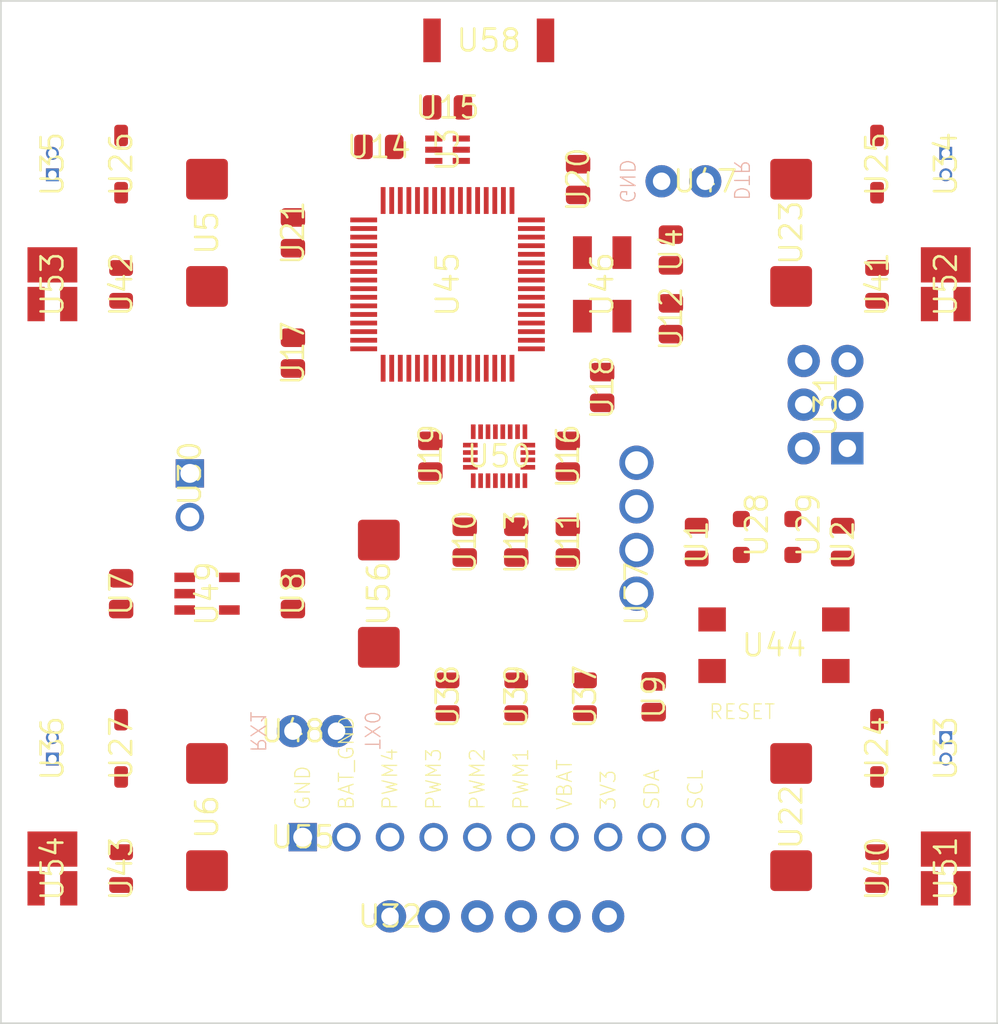
<source format=kicad_pcb>
(kicad_pcb (version 20241229) (generator "pcbnew") (generator_version "9.0")
  (layers (0 "F.Cu" signal "Top") (4 "In1.Cu" signal "Route2") (6 "In2.Cu" signal "Route15") (2 "B.Cu" signal "Bottom") (13 "F.Paste" user) (15 "B.Paste" user) (5 "F.SilkS" user "F.Silkscreen") (7 "B.SilkS" user "B.Silkscreen") (1 "F.Mask" user) (3 "B.Mask" user) (25 "Edge.Cuts" user))
  (net 0 "")
  (net 1 "3V3")
  (net 2 "GND")
  (net 3 "VBAT")
  (net 4 "BAT_GND")
  (net 5 "Net-(B1-Pad3)")
  (net 6 "Net-(B1-Pad4)")
  (net 7 "Net-(C3-Pad1)")
  (net 8 "Net-(C1-Pad1)")
  (net 9 "Net-(C2-Pad1)")
  (net 10 "/PWM3")
  (net 11 "/PWM2")
  (net 12 "/PWM1")
  (net 13 "/TX0")
  (net 14 "/RX0")
  (net 15 "/PWM4")
  (net 16 "/MISO")
  (net 17 "/MOSI")
  (net 18 "/SCK")
  (net 19 "/SDA")
  (net 20 "/SCL")
  (net 21 "Net-(C4-Pad1)")
  (net 22 "/RESET")
  (net 23 "Net-(D1-PadA)")
  (net 24 "Net-(C18-Pad1)")
  (net 25 "Net-(C19-Pad1)")
  (net 26 "Net-(B1-Pad2)")
  (net 27 "Net-(B1-Pad1)")
  (net 28 "Net-(D2-PadA)")
  (net 29 "Net-(D3-PadA)")
  (net 30 "Net-(D4-PadA)")
  (net 31 "/DTR")
  (net 32 "Net-(D7-Pad1)")
  (net 33 "Net-(D8-Pad2)")
  (net 34 "/LED2")
  (net 35 "/LED1")
  (footprint "quadcopter:BALUN" (layer "F.Cu") (at 145.5011 83.9162 -90)
    (property "Reference" "U3" (at 0 0 270) (layer "F.SilkS") (effects (font (size 1.27 1.27))))
    (property "Value" "" (at 0 0 270) (layer "F.SilkS") (effects (font (size 1.27 1.27))))
    (pad "1" smd rect (at -0.65 0.8 270) (size 0.35 1) (layers "F.Cu" "F.Mask" "F.Paste") (net 27 "Net-(B1-Pad1)"))
    (pad "2" smd rect (at 0 0.8 270) (size 0.35 1) (layers "F.Cu" "F.Mask" "F.Paste") (net 26 "Net-(B1-Pad2)"))
    (pad "3" smd rect (at 0.65 0.8 270) (size 0.35 1) (layers "F.Cu" "F.Mask" "F.Paste") (net 5 "Net-(B1-Pad3)"))
    (pad "4" smd rect (at 0.65 -0.8 270) (size 0.35 1) (layers "F.Cu" "F.Mask" "F.Paste") (net 6 "Net-(B1-Pad4)"))
    (pad "5" smd rect (at 0 -0.8 270) (size 0.35 1) (layers "F.Cu" "F.Mask" "F.Paste") (net 2 "GND"))
    (pad "6" smd rect (at -0.65 -0.8 270) (size 0.35 1) (layers "F.Cu" "F.Mask" "F.Paste"))
  )
  (footprint "quadcopter:CAPC2012X140_HS" (layer "F.Cu") (at 158.5011 89.7536 90)
    (property "Reference" "U4" (at 0 0 90) (layer "F.SilkS") (effects (font (size 1.27 1.27))))
    (property "Value" "" (at 0 0 90) (layer "F.SilkS") (effects (font (size 1.27 1.27))))
    (pad "1" smd roundrect (at -0.895 0 270) (size 1.08 1.42) (layers "F.Cu" "F.Mask") (roundrect_rratio 0.23) (net 8 "Net-(C1-Pad1)"))
    (pad "2" smd roundrect (at 0.895 0 90) (size 1.08 1.42) (layers "F.Cu" "F.Mask") (roundrect_rratio 0.23) (net 2 "GND"))
  )
  (footprint "quadcopter:CAPMP7343X310_HS" (layer "F.Cu") (at 131.5011 88.7536 -90)
    (property "Reference" "U5" (at 0 0 270) (layer "F.SilkS") (effects (font (size 1.27 1.27))))
    (property "Value" "" (at 0 0 270) (layer "F.SilkS") (effects (font (size 1.27 1.27))))
    (pad "1" smd roundrect (at -3.12 0 90) (size 2.37 2.43) (layers "F.Cu" "F.Mask") (roundrect_rratio 0.105) (net 3 "VBAT"))
    (pad "2" smd roundrect (at 3.12 0 270) (size 2.37 2.43) (layers "F.Cu" "F.Mask") (roundrect_rratio 0.105) (net 4 "BAT_GND"))
  )
  (footprint "quadcopter:CAPMP7343X310_HS" (layer "F.Cu") (at 131.5011 122.7536 -90)
    (property "Reference" "U6" (at 0 0 270) (layer "F.SilkS") (effects (font (size 1.27 1.27))))
    (property "Value" "" (at 0 0 270) (layer "F.SilkS") (effects (font (size 1.27 1.27))))
    (pad "1" smd roundrect (at -3.12 0 90) (size 2.37 2.43) (layers "F.Cu" "F.Mask") (roundrect_rratio 0.105) (net 3 "VBAT"))
    (pad "2" smd roundrect (at 3.12 0 270) (size 2.37 2.43) (layers "F.Cu" "F.Mask") (roundrect_rratio 0.105) (net 4 "BAT_GND"))
  )
  (footprint "quadcopter:CAPC2012X140_HS" (layer "F.Cu") (at 126.5011 109.7536 -90)
    (property "Reference" "U7" (at 0 0 270) (layer "F.SilkS") (effects (font (size 1.27 1.27))))
    (property "Value" "" (at 0 0 270) (layer "F.SilkS") (effects (font (size 1.27 1.27))))
    (pad "1" smd roundrect (at -0.895 0 90) (size 1.08 1.42) (layers "F.Cu" "F.Mask") (roundrect_rratio 0.23) (net 3 "VBAT"))
    (pad "2" smd roundrect (at 0.895 0 270) (size 1.08 1.42) (layers "F.Cu" "F.Mask") (roundrect_rratio 0.23) (net 4 "BAT_GND"))
  )
  (footprint "quadcopter:CAPC2012X140_HS" (layer "F.Cu") (at 136.5011 109.7536 -90)
    (property "Reference" "U8" (at 0 0 270) (layer "F.SilkS") (effects (font (size 1.27 1.27))))
    (property "Value" "" (at 0 0 270) (layer "F.SilkS") (effects (font (size 1.27 1.27))))
    (pad "1" smd roundrect (at -0.895 0 90) (size 1.08 1.42) (layers "F.Cu" "F.Mask") (roundrect_rratio 0.23) (net 1 "3V3"))
    (pad "2" smd roundrect (at 0.895 0 270) (size 1.08 1.42) (layers "F.Cu" "F.Mask") (roundrect_rratio 0.23) (net 2 "GND"))
  )
  (footprint "quadcopter:CAPC2012X140_HS" (layer "F.Cu") (at 157.5011 115.7536 -90)
    (property "Reference" "U9" (at 0 0 270) (layer "F.SilkS") (effects (font (size 1.27 1.27))))
    (property "Value" "" (at 0 0 270) (layer "F.SilkS") (effects (font (size 1.27 1.27))))
    (pad "1" smd roundrect (at -0.895 0 90) (size 1.08 1.42) (layers "F.Cu" "F.Mask") (roundrect_rratio 0.23) (net 31 "/DTR"))
    (pad "2" smd roundrect (at 0.895 0 270) (size 1.08 1.42) (layers "F.Cu" "F.Mask") (roundrect_rratio 0.23) (net 22 "/RESET"))
  )
  (footprint "quadcopter:CAPC2012X140_HS" (layer "F.Cu") (at 146.5011 106.7536 -90)
    (property "Reference" "U10" (at 0 0 270) (layer "F.SilkS") (effects (font (size 1.27 1.27))))
    (property "Value" "" (at 0 0 270) (layer "F.SilkS") (effects (font (size 1.27 1.27))))
    (pad "1" smd roundrect (at -0.895 0 90) (size 1.08 1.42) (layers "F.Cu" "F.Mask") (roundrect_rratio 0.23) (net 24 "Net-(C18-Pad1)"))
    (pad "2" smd roundrect (at 0.895 0 270) (size 1.08 1.42) (layers "F.Cu" "F.Mask") (roundrect_rratio 0.23) (net 2 "GND"))
  )
  (footprint "quadcopter:CAPC2012X140_HS" (layer "F.Cu") (at 152.5011 106.7536 -90)
    (property "Reference" "U11" (at 0 0 270) (layer "F.SilkS") (effects (font (size 1.27 1.27))))
    (property "Value" "" (at 0 0 270) (layer "F.SilkS") (effects (font (size 1.27 1.27))))
    (pad "1" smd roundrect (at -0.895 0 90) (size 1.08 1.42) (layers "F.Cu" "F.Mask") (roundrect_rratio 0.23) (net 25 "Net-(C19-Pad1)"))
    (pad "2" smd roundrect (at 0.895 0 270) (size 1.08 1.42) (layers "F.Cu" "F.Mask") (roundrect_rratio 0.23) (net 2 "GND"))
  )
  (footprint "quadcopter:CAPC2012X140_HS" (layer "F.Cu") (at 158.5011 93.7536 -90)
    (property "Reference" "U12" (at 0 0 270) (layer "F.SilkS") (effects (font (size 1.27 1.27))))
    (property "Value" "" (at 0 0 270) (layer "F.SilkS") (effects (font (size 1.27 1.27))))
    (pad "1" smd roundrect (at -0.895 0 90) (size 1.08 1.42) (layers "F.Cu" "F.Mask") (roundrect_rratio 0.23) (net 9 "Net-(C2-Pad1)"))
    (pad "2" smd roundrect (at 0.895 0 270) (size 1.08 1.42) (layers "F.Cu" "F.Mask") (roundrect_rratio 0.23) (net 2 "GND"))
  )
  (footprint "quadcopter:CAPC2012X140_HS" (layer "F.Cu") (at 149.5011 106.7536 -90)
    (property "Reference" "U13" (at 0 0 270) (layer "F.SilkS") (effects (font (size 1.27 1.27))))
    (property "Value" "" (at 0 0 270) (layer "F.SilkS") (effects (font (size 1.27 1.27))))
    (pad "1" smd roundrect (at -0.895 0 90) (size 1.08 1.42) (layers "F.Cu" "F.Mask") (roundrect_rratio 0.23) (net 1 "3V3"))
    (pad "2" smd roundrect (at 0.895 0 270) (size 1.08 1.42) (layers "F.Cu" "F.Mask") (roundrect_rratio 0.23) (net 2 "GND"))
  )
  (footprint "quadcopter:CAPC2012X140_HS" (layer "F.Cu") (at 141.5011 83.7536 180)
    (property "Reference" "U14" (at 0 0 180) (layer "F.SilkS") (effects (font (size 1.27 1.27))))
    (property "Value" "" (at 0 0 180) (layer "F.SilkS") (effects (font (size 1.27 1.27))))
    (pad "1" smd roundrect (at -0.895 0) (size 1.08 1.42) (layers "F.Cu" "F.Mask") (roundrect_rratio 0.23) (net 26 "Net-(B1-Pad2)"))
    (pad "2" smd roundrect (at 0.895 0 180) (size 1.08 1.42) (layers "F.Cu" "F.Mask") (roundrect_rratio 0.23) (net 2 "GND"))
  )
  (footprint "quadcopter:CAPC2012X140_HS" (layer "F.Cu") (at 145.5011 81.4536)
    (property "Reference" "U15" (at 0 0 0) (layer "F.SilkS") (effects (font (size 1.27 1.27))))
    (property "Value" "" (at 0 0 0) (layer "F.SilkS") (effects (font (size 1.27 1.27))))
    (pad "1" smd roundrect (at -0.895 0 180) (size 1.08 1.42) (layers "F.Cu" "F.Mask") (roundrect_rratio 0.23) (net 27 "Net-(B1-Pad1)"))
    (pad "2" smd roundrect (at 0.895 0) (size 1.08 1.42) (layers "F.Cu" "F.Mask") (roundrect_rratio 0.23) (net 2 "GND"))
  )
  (footprint "quadcopter:CAPC2012X140_HS" (layer "F.Cu") (at 152.5011 101.7536 90)
    (property "Reference" "U16" (at 0 0 90) (layer "F.SilkS") (effects (font (size 1.27 1.27))))
    (property "Value" "" (at 0 0 90) (layer "F.SilkS") (effects (font (size 1.27 1.27))))
    (pad "1" smd roundrect (at -0.895 0 270) (size 1.08 1.42) (layers "F.Cu" "F.Mask") (roundrect_rratio 0.23) (net 1 "3V3"))
    (pad "2" smd roundrect (at 0.895 0 90) (size 1.08 1.42) (layers "F.Cu" "F.Mask") (roundrect_rratio 0.23) (net 2 "GND"))
  )
  (footprint "quadcopter:CAPC2012X140_HS" (layer "F.Cu") (at 136.5011 95.7536 -90)
    (property "Reference" "U17" (at 0 0 270) (layer "F.SilkS") (effects (font (size 1.27 1.27))))
    (property "Value" "" (at 0 0 270) (layer "F.SilkS") (effects (font (size 1.27 1.27))))
    (pad "1" smd roundrect (at -0.895 0 90) (size 1.08 1.42) (layers "F.Cu" "F.Mask") (roundrect_rratio 0.23) (net 1 "3V3"))
    (pad "2" smd roundrect (at 0.895 0 270) (size 1.08 1.42) (layers "F.Cu" "F.Mask") (roundrect_rratio 0.23) (net 2 "GND"))
  )
  (footprint "quadcopter:CAPC2012X140_HS" (layer "F.Cu") (at 154.5011 97.7536 90)
    (property "Reference" "U18" (at 0 0 90) (layer "F.SilkS") (effects (font (size 1.27 1.27))))
    (property "Value" "" (at 0 0 90) (layer "F.SilkS") (effects (font (size 1.27 1.27))))
    (pad "1" smd roundrect (at -0.895 0 270) (size 1.08 1.42) (layers "F.Cu" "F.Mask") (roundrect_rratio 0.23) (net 1 "3V3"))
    (pad "2" smd roundrect (at 0.895 0 90) (size 1.08 1.42) (layers "F.Cu" "F.Mask") (roundrect_rratio 0.23) (net 2 "GND"))
  )
  (footprint "quadcopter:CAPC2012X140_HS" (layer "F.Cu") (at 144.5011 101.7536 -90)
    (property "Reference" "U19" (at 0 0 270) (layer "F.SilkS") (effects (font (size 1.27 1.27))))
    (property "Value" "" (at 0 0 270) (layer "F.SilkS") (effects (font (size 1.27 1.27))))
    (pad "1" smd roundrect (at -0.895 0 90) (size 1.08 1.42) (layers "F.Cu" "F.Mask") (roundrect_rratio 0.23) (net 1 "3V3"))
    (pad "2" smd roundrect (at 0.895 0 270) (size 1.08 1.42) (layers "F.Cu" "F.Mask") (roundrect_rratio 0.23) (net 2 "GND"))
  )
  (footprint "quadcopter:CAPC2012X140_HS" (layer "F.Cu") (at 153.1011 85.6536 90)
    (property "Reference" "U20" (at 0 0 90) (layer "F.SilkS") (effects (font (size 1.27 1.27))))
    (property "Value" "" (at 0 0 90) (layer "F.SilkS") (effects (font (size 1.27 1.27))))
    (pad "1" smd roundrect (at -0.895 0 270) (size 1.08 1.42) (layers "F.Cu" "F.Mask") (roundrect_rratio 0.23) (net 7 "Net-(C3-Pad1)"))
    (pad "2" smd roundrect (at 0.895 0 90) (size 1.08 1.42) (layers "F.Cu" "F.Mask") (roundrect_rratio 0.23) (net 2 "GND"))
  )
  (footprint "quadcopter:CAPC2012X140_HS" (layer "F.Cu") (at 136.5011 88.7536 90)
    (property "Reference" "U21" (at 0 0 90) (layer "F.SilkS") (effects (font (size 1.27 1.27))))
    (property "Value" "" (at 0 0 90) (layer "F.SilkS") (effects (font (size 1.27 1.27))))
    (pad "1" smd roundrect (at -0.895 0 270) (size 1.08 1.42) (layers "F.Cu" "F.Mask") (roundrect_rratio 0.23) (net 21 "Net-(C4-Pad1)"))
    (pad "2" smd roundrect (at 0.895 0 90) (size 1.08 1.42) (layers "F.Cu" "F.Mask") (roundrect_rratio 0.23) (net 2 "GND"))
  )
  (footprint "quadcopter:CAPMP7343X310_HS" (layer "F.Cu") (at 165.5011 122.7536 -90)
    (property "Reference" "U22" (at 0 0 270) (layer "F.SilkS") (effects (font (size 1.27 1.27))))
    (property "Value" "" (at 0 0 270) (layer "F.SilkS") (effects (font (size 1.27 1.27))))
    (pad "1" smd roundrect (at -3.12 0 90) (size 2.37 2.43) (layers "F.Cu" "F.Mask") (roundrect_rratio 0.105) (net 3 "VBAT"))
    (pad "2" smd roundrect (at 3.12 0 270) (size 2.37 2.43) (layers "F.Cu" "F.Mask") (roundrect_rratio 0.105) (net 4 "BAT_GND"))
  )
  (footprint "quadcopter:CAPMP7343X310_HS" (layer "F.Cu") (at 165.5011 88.7536 -90)
    (property "Reference" "U23" (at 0 0 270) (layer "F.SilkS") (effects (font (size 1.27 1.27))))
    (property "Value" "" (at 0 0 270) (layer "F.SilkS") (effects (font (size 1.27 1.27))))
    (pad "1" smd roundrect (at -3.12 0 90) (size 2.37 2.43) (layers "F.Cu" "F.Mask") (roundrect_rratio 0.105) (net 3 "VBAT"))
    (pad "2" smd roundrect (at 3.12 0 270) (size 2.37 2.43) (layers "F.Cu" "F.Mask") (roundrect_rratio 0.105) (net 4 "BAT_GND"))
  )
  (footprint "quadcopter:SOD3716X135_HS" (layer "F.Cu") (at 170.5011 118.7536 -90)
    (property "Reference" "U24" (at 0 0 270) (layer "F.SilkS") (effects (font (size 1.27 1.27))))
    (property "Value" "" (at 0 0 270) (layer "F.SilkS") (effects (font (size 1.27 1.27))))
    (pad "A" smd roundrect (at 1.665 0 270) (size 1.25 0.8) (layers "F.Cu" "F.Mask") (net 23 "Net-(D1-PadA)"))
    (pad "C" smd roundrect (at -1.665 0 90) (size 1.25 0.8) (layers "F.Cu" "F.Mask") (net 3 "VBAT"))
  )
  (footprint "quadcopter:SOD3716X135_HS" (layer "F.Cu") (at 170.5011 84.7536 -90)
    (property "Reference" "U25" (at 0 0 270) (layer "F.SilkS") (effects (font (size 1.27 1.27))))
    (property "Value" "" (at 0 0 270) (layer "F.SilkS") (effects (font (size 1.27 1.27))))
    (pad "A" smd roundrect (at 1.665 0 270) (size 1.25 0.8) (layers "F.Cu" "F.Mask") (net 28 "Net-(D2-PadA)"))
    (pad "C" smd roundrect (at -1.665 0 90) (size 1.25 0.8) (layers "F.Cu" "F.Mask") (net 3 "VBAT"))
  )
  (footprint "quadcopter:SOD3716X135_HS" (layer "F.Cu") (at 126.5011 84.7536 -90)
    (property "Reference" "U26" (at 0 0 270) (layer "F.SilkS") (effects (font (size 1.27 1.27))))
    (property "Value" "" (at 0 0 270) (layer "F.SilkS") (effects (font (size 1.27 1.27))))
    (pad "A" smd roundrect (at 1.665 0 270) (size 1.25 0.8) (layers "F.Cu" "F.Mask") (net 29 "Net-(D3-PadA)"))
    (pad "C" smd roundrect (at -1.665 0 90) (size 1.25 0.8) (layers "F.Cu" "F.Mask") (net 3 "VBAT"))
  )
  (footprint "quadcopter:SOD3716X135_HS" (layer "F.Cu") (at 126.5011 118.7536 -90)
    (property "Reference" "U27" (at 0 0 270) (layer "F.SilkS") (effects (font (size 1.27 1.27))))
    (property "Value" "" (at 0 0 270) (layer "F.SilkS") (effects (font (size 1.27 1.27))))
    (pad "A" smd roundrect (at 1.665 0 270) (size 1.25 0.8) (layers "F.Cu" "F.Mask") (net 30 "Net-(D4-PadA)"))
    (pad "C" smd roundrect (at -1.665 0 90) (size 1.25 0.8) (layers "F.Cu" "F.Mask") (net 3 "VBAT"))
  )
  (footprint "quadcopter:LEDSC125X200X120-2_HS" (layer "F.Cu") (at 163.5011 105.7536 -90)
    (property "Reference" "U28" (at 0 0 270) (layer "F.SilkS") (effects (font (size 1.27 1.27))))
    (property "Value" "" (at 0 0 270) (layer "F.SilkS") (effects (font (size 1.27 1.27))))
    (pad "1" smd roundrect (at -0.345 0.9 90) (size 0.94 0.99) (layers "F.Cu" "F.Mask") (roundrect_rratio 0.255) (net 32 "Net-(D7-Pad1)"))
    (pad "2" smd roundrect (at 1.745 0.9 270) (size 0.94 0.99) (layers "F.Cu" "F.Mask") (roundrect_rratio 0.255) (net 2 "GND"))
  )
  (footprint "quadcopter:LEDSC125X200X120-2_HS" (layer "F.Cu") (at 166.5011 105.7536 -90)
    (property "Reference" "U29" (at 0 0 270) (layer "F.SilkS") (effects (font (size 1.27 1.27))))
    (property "Value" "" (at 0 0 270) (layer "F.SilkS") (effects (font (size 1.27 1.27))))
    (pad "1" smd roundrect (at -0.345 0.9 90) (size 0.94 0.99) (layers "F.Cu" "F.Mask") (roundrect_rratio 0.255) (net 2 "GND"))
    (pad "2" smd roundrect (at 1.745 0.9 270) (size 0.94 0.99) (layers "F.Cu" "F.Mask") (roundrect_rratio 0.255) (net 33 "Net-(D8-Pad2)"))
  )
  (footprint "quadcopter:MALE_HEADER_2X1_0.1IN" (layer "F.Cu") (at 130.5011 102.7536 -90)
    (property "Reference" "U30" (at 0 0 270) (layer "F.SilkS") (effects (font (size 1.27 1.27))))
    (property "Value" "" (at 0 0 270) (layer "F.SilkS") (effects (font (size 1.27 1.27))))
    (pad "1" thru_hole rect (at 0 0 270) (size 1.65 1.65) (drill 1.1) (layers "*.Cu" "*.Mask") (net 4 "BAT_GND"))
    (pad "2" thru_hole circle (at 2.54 0 350) (size 1.65 1.65) (drill 1.1) (layers "*.Cu" "*.Mask") (net 3 "VBAT"))
  )
  (footprint "quadcopter:2X3-NS" (layer "F.Cu") (at 167.5011 98.7536 90)
    (property "Reference" "U31" (at 0 0 90) (layer "F.SilkS") (effects (font (size 1.27 1.27))))
    (property "Value" "" (at 0 0 90) (layer "F.SilkS") (effects (font (size 1.27 1.27))))
    (pad "1" thru_hole rect (at -2.54 1.27 90) (size 1.8796 1.8796) (drill 1.016) (layers "*.Cu" "*.Mask") (net 16 "/MISO"))
    (pad "2" thru_hole circle (at -2.54 -1.27 90) (size 1.8796 1.8796) (drill 1.016) (layers "*.Cu" "*.Mask"))
    (pad "3" thru_hole circle (at 0 1.27 90) (size 1.8796 1.8796) (drill 1.016) (layers "*.Cu" "*.Mask") (net 18 "/SCK"))
    (pad "4" thru_hole circle (at 0 -1.27 90) (size 1.8796 1.8796) (drill 1.016) (layers "*.Cu" "*.Mask") (net 17 "/MOSI"))
    (pad "5" thru_hole circle (at 2.54 1.27 90) (size 1.8796 1.8796) (drill 1.016) (layers "*.Cu" "*.Mask") (net 22 "/RESET"))
    (pad "6" thru_hole circle (at 2.54 -1.27 90) (size 1.8796 1.8796) (drill 1.016) (layers "*.Cu" "*.Mask") (net 2 "GND"))
  )
  (footprint "quadcopter:FTDI_BASIC" (layer "F.Cu") (at 142.1511 128.5336)
    (property "Reference" "U32" (at 0 0 0) (layer "F.SilkS") (effects (font (size 1.27 1.27))))
    (property "Value" "" (at 0 0 0) (layer "F.SilkS") (effects (font (size 1.27 1.27))))
    (pad "CTS" thru_hole circle (at 10.16 0 90) (size 1.8796 1.8796) (drill 1.016) (layers "*.Cu" "*.Mask"))
    (pad "DTR" thru_hole circle (at 0 0 90) (size 1.8796 1.8796) (drill 1.016) (layers "*.Cu" "*.Mask") (net 31 "/DTR"))
    (pad "GND" thru_hole circle (at 12.7 0 90) (size 1.8796 1.8796) (drill 1.016) (layers "*.Cu" "*.Mask") (net 2 "GND"))
    (pad "RXI" thru_hole circle (at 2.54 0 90) (size 1.8796 1.8796) (drill 1.016) (layers "*.Cu" "*.Mask") (net 13 "/TX0"))
    (pad "TXO" thru_hole circle (at 5.08 0 90) (size 1.8796 1.8796) (drill 1.016) (layers "*.Cu" "*.Mask") (net 14 "/RX0"))
    (pad "VCC" thru_hole circle (at 7.62 0 90) (size 1.8796 1.8796) (drill 1.016) (layers "*.Cu" "*.Mask") (net 1 "3V3"))
  )
  (footprint "quadcopter:MOLEX-0530470210" (layer "F.Cu") (at 174.5011 118.7536 90)
    (property "Reference" "U33" (at 0 0 90) (layer "F.SilkS") (effects (font (size 1.27 1.27))))
    (property "Value" "" (at 0 0 90) (layer "F.SilkS") (effects (font (size 1.27 1.27))))
    (pad "1" thru_hole rect (at 0.625 0 90) (size 0.75 0.75) (drill 0.5) (layers "*.Cu" "*.Mask") (net 3 "VBAT"))
    (pad "2" thru_hole circle (at -0.625 0 90) (size 0.75 0.75) (drill 0.5) (layers "*.Cu" "*.Mask") (net 23 "Net-(D1-PadA)"))
  )
  (footprint "quadcopter:MOLEX-0530470210" (layer "F.Cu") (at 174.5011 84.7536 90)
    (property "Reference" "U34" (at 0 0 90) (layer "F.SilkS") (effects (font (size 1.27 1.27))))
    (property "Value" "" (at 0 0 90) (layer "F.SilkS") (effects (font (size 1.27 1.27))))
    (pad "1" thru_hole rect (at 0.625 0 90) (size 0.75 0.75) (drill 0.5) (layers "*.Cu" "*.Mask") (net 3 "VBAT"))
    (pad "2" thru_hole circle (at -0.625 0 90) (size 0.75 0.75) (drill 0.5) (layers "*.Cu" "*.Mask") (net 28 "Net-(D2-PadA)"))
  )
  (footprint "quadcopter:MOLEX-0530470210" (layer "F.Cu") (at 122.5011 84.7536 -90)
    (property "Reference" "U35" (at 0 0 270) (layer "F.SilkS") (effects (font (size 1.27 1.27))))
    (property "Value" "" (at 0 0 270) (layer "F.SilkS") (effects (font (size 1.27 1.27))))
    (pad "1" thru_hole rect (at 0.625 0 270) (size 0.75 0.75) (drill 0.5) (layers "*.Cu" "*.Mask") (net 3 "VBAT"))
    (pad "2" thru_hole circle (at -0.625 0 270) (size 0.75 0.75) (drill 0.5) (layers "*.Cu" "*.Mask") (net 29 "Net-(D3-PadA)"))
  )
  (footprint "quadcopter:MOLEX-0530470210" (layer "F.Cu") (at 122.5011 118.7536 -90)
    (property "Reference" "U36" (at 0 0 270) (layer "F.SilkS") (effects (font (size 1.27 1.27))))
    (property "Value" "" (at 0 0 270) (layer "F.SilkS") (effects (font (size 1.27 1.27))))
    (pad "1" thru_hole rect (at 0.625 0 270) (size 0.75 0.75) (drill 0.5) (layers "*.Cu" "*.Mask") (net 3 "VBAT"))
    (pad "2" thru_hole circle (at -0.625 0 270) (size 0.75 0.75) (drill 0.5) (layers "*.Cu" "*.Mask") (net 30 "Net-(D4-PadA)"))
  )
  (footprint "quadcopter:RESC2012X60_HS" (layer "F.Cu") (at 153.5011 115.7536 90)
    (property "Reference" "U37" (at 0 0 90) (layer "F.SilkS") (effects (font (size 1.27 1.27))))
    (property "Value" "" (at 0 0 90) (layer "F.SilkS") (effects (font (size 1.27 1.27))))
    (pad "1" smd roundrect (at -0.955 0 270) (size 0.92 1.38) (layers "F.Cu" "F.Mask") (net 22 "/RESET"))
    (pad "2" smd roundrect (at 0.955 0 90) (size 0.92 1.38) (layers "F.Cu" "F.Mask") (net 1 "3V3"))
  )
  (footprint "quadcopter:RESC2012X60_HS" (layer "F.Cu") (at 145.5011 115.7536 90)
    (property "Reference" "U38" (at 0 0 90) (layer "F.SilkS") (effects (font (size 1.27 1.27))))
    (property "Value" "" (at 0 0 90) (layer "F.SilkS") (effects (font (size 1.27 1.27))))
    (pad "1" smd roundrect (at -0.955 0 270) (size 0.92 1.38) (layers "F.Cu" "F.Mask") (net 19 "/SDA"))
    (pad "2" smd roundrect (at 0.955 0 90) (size 0.92 1.38) (layers "F.Cu" "F.Mask") (net 1 "3V3"))
  )
  (footprint "quadcopter:RESC2012X60_HS" (layer "F.Cu") (at 149.5011 115.7536 90)
    (property "Reference" "U39" (at 0 0 90) (layer "F.SilkS") (effects (font (size 1.27 1.27))))
    (property "Value" "" (at 0 0 90) (layer "F.SilkS") (effects (font (size 1.27 1.27))))
    (pad "1" smd roundrect (at -0.955 0 270) (size 0.92 1.38) (layers "F.Cu" "F.Mask") (net 20 "/SCL"))
    (pad "2" smd roundrect (at 0.955 0 90) (size 0.92 1.38) (layers "F.Cu" "F.Mask") (net 1 "3V3"))
  )
  (footprint "quadcopter:RESC2012X60_HS" (layer "F.Cu") (at 170.5011 125.7536 -90)
    (property "Reference" "U40" (at 0 0 270) (layer "F.SilkS") (effects (font (size 1.27 1.27))))
    (property "Value" "" (at 0 0 270) (layer "F.SilkS") (effects (font (size 1.27 1.27))))
    (pad "1" smd roundrect (at -0.955 0 90) (size 0.92 1.38) (layers "F.Cu" "F.Mask") (net 12 "/PWM1"))
    (pad "2" smd roundrect (at 0.955 0 270) (size 0.92 1.38) (layers "F.Cu" "F.Mask") (net 2 "GND"))
  )
  (footprint "quadcopter:RESC2012X60_HS" (layer "F.Cu") (at 170.5011 91.7536 90)
    (property "Reference" "U41" (at 0 0 90) (layer "F.SilkS") (effects (font (size 1.27 1.27))))
    (property "Value" "" (at 0 0 90) (layer "F.SilkS") (effects (font (size 1.27 1.27))))
    (pad "1" smd roundrect (at -0.955 0 270) (size 0.92 1.38) (layers "F.Cu" "F.Mask") (net 11 "/PWM2"))
    (pad "2" smd roundrect (at 0.955 0 90) (size 0.92 1.38) (layers "F.Cu" "F.Mask") (net 2 "GND"))
  )
  (footprint "quadcopter:RESC2012X60_HS" (layer "F.Cu") (at 126.5011 91.7536 90)
    (property "Reference" "U42" (at 0 0 90) (layer "F.SilkS") (effects (font (size 1.27 1.27))))
    (property "Value" "" (at 0 0 90) (layer "F.SilkS") (effects (font (size 1.27 1.27))))
    (pad "1" smd roundrect (at -0.955 0 270) (size 0.92 1.38) (layers "F.Cu" "F.Mask") (net 10 "/PWM3"))
    (pad "2" smd roundrect (at 0.955 0 90) (size 0.92 1.38) (layers "F.Cu" "F.Mask") (net 2 "GND"))
  )
  (footprint "quadcopter:RESC2012X60_HS" (layer "F.Cu") (at 126.5011 125.7536 -90)
    (property "Reference" "U43" (at 0 0 270) (layer "F.SilkS") (effects (font (size 1.27 1.27))))
    (property "Value" "" (at 0 0 270) (layer "F.SilkS") (effects (font (size 1.27 1.27))))
    (pad "1" smd roundrect (at -0.955 0 90) (size 0.92 1.38) (layers "F.Cu" "F.Mask") (net 15 "/PWM4"))
    (pad "2" smd roundrect (at 0.955 0 270) (size 0.92 1.38) (layers "F.Cu" "F.Mask") (net 2 "GND"))
  )
  (footprint "quadcopter:4.5MM_TACTILE_SWITCH_TL3305AF160QG" (layer "F.Cu") (at 164.5011 112.7536 180)
    (property "Reference" "U44" (at 0 0 180) (layer "F.SilkS") (effects (font (size 1.27 1.27))))
    (property "Value" "" (at 0 0 180) (layer "F.SilkS") (effects (font (size 1.27 1.27))))
    (pad "1" smd rect (at -3.6 1.5 270) (size 1.4 1.6) (layers "F.Cu" "F.Mask" "F.Paste") (net 2 "GND"))
    (pad "2" smd rect (at 3.6 1.5 270) (size 1.4 1.6) (layers "F.Cu" "F.Mask" "F.Paste") (net 2 "GND"))
    (pad "3" smd rect (at -3.6 -1.5 270) (size 1.4 1.6) (layers "F.Cu" "F.Mask" "F.Paste") (net 22 "/RESET"))
    (pad "4" smd rect (at 3.6 -1.5 270) (size 1.4 1.6) (layers "F.Cu" "F.Mask" "F.Paste") (net 22 "/RESET"))
  )
  (footprint "quadcopter:QFN-64" (layer "F.Cu") (at 145.5011 91.7536 -90)
    (property "Reference" "U45" (at 0 0 270) (layer "F.SilkS") (effects (font (size 1.27 1.27))))
    (property "Value" "" (at 0 0 270) (layer "F.SilkS") (effects (font (size 1.27 1.27))))
    (pad "1" smd rect (at -4.881 -3.75 180) (size 0.28 1.562) (layers "F.Cu" "F.Mask" "F.Paste"))
    (pad "2" smd rect (at -4.881 -3.25 180) (size 0.28 1.562) (layers "F.Cu" "F.Mask" "F.Paste"))
    (pad "3" smd rect (at -4.881 -2.75 180) (size 0.28 1.562) (layers "F.Cu" "F.Mask" "F.Paste"))
    (pad "4" smd rect (at -4.881 -2.25 180) (size 0.28 1.562) (layers "F.Cu" "F.Mask" "F.Paste"))
    (pad "5" smd rect (at -4.881 -1.75 180) (size 0.28 1.562) (layers "F.Cu" "F.Mask" "F.Paste"))
    (pad "6" smd rect (at -4.881 -1.25 180) (size 0.28 1.562) (layers "F.Cu" "F.Mask" "F.Paste"))
    (pad "7" smd rect (at -4.881 -0.75 180) (size 0.28 1.562) (layers "F.Cu" "F.Mask" "F.Paste") (net 2 "GND"))
    (pad "8" smd rect (at -4.881 -0.25 180) (size 0.28 1.562) (layers "F.Cu" "F.Mask" "F.Paste") (net 6 "Net-(B1-Pad4)"))
    (pad "9" smd rect (at -4.881 0.25 180) (size 0.28 1.562) (layers "F.Cu" "F.Mask" "F.Paste") (net 5 "Net-(B1-Pad3)"))
    (pad "10" smd rect (at -4.881 0.75 180) (size 0.28 1.562) (layers "F.Cu" "F.Mask" "F.Paste") (net 2 "GND"))
    (pad "11" smd rect (at -4.881 1.25 180) (size 0.28 1.562) (layers "F.Cu" "F.Mask" "F.Paste") (net 2 "GND"))
    (pad "12" smd rect (at -4.881 1.75 180) (size 0.28 1.562) (layers "F.Cu" "F.Mask" "F.Paste") (net 22 "/RESET"))
    (pad "13" smd rect (at -4.881 2.25 180) (size 0.28 1.562) (layers "F.Cu" "F.Mask" "F.Paste"))
    (pad "14" smd rect (at -4.881 2.75 180) (size 0.28 1.562) (layers "F.Cu" "F.Mask" "F.Paste") (net 35 "/LED1"))
    (pad "15" smd rect (at -4.881 3.25) (size 0.28 1.562) (layers "F.Cu" "F.Mask" "F.Paste") (net 34 "/LED2"))
    (pad "16" smd rect (at -4.881 3.75) (size 0.28 1.562) (layers "F.Cu" "F.Mask" "F.Paste"))
    (pad "17" smd rect (at -3.75 4.881 90) (size 0.28 1.562) (layers "F.Cu" "F.Mask" "F.Paste"))
    (pad "18" smd rect (at -3.25 4.881 90) (size 0.28 1.562) (layers "F.Cu" "F.Mask" "F.Paste"))
    (pad "19" smd rect (at -2.75 4.881 90) (size 0.28 1.562) (layers "F.Cu" "F.Mask" "F.Paste"))
    (pad "20" smd rect (at -2.25 4.881 90) (size 0.28 1.562) (layers "F.Cu" "F.Mask" "F.Paste") (net 2 "GND"))
    (pad "21" smd rect (at -1.75 4.881 90) (size 0.28 1.562) (layers "F.Cu" "F.Mask" "F.Paste") (net 21 "Net-(C4-Pad1)"))
    (pad "22" smd rect (at -1.25 4.881 90) (size 0.28 1.562) (layers "F.Cu" "F.Mask" "F.Paste") (net 21 "Net-(C4-Pad1)"))
    (pad "23" smd rect (at -0.75 4.881 90) (size 0.28 1.562) (layers "F.Cu" "F.Mask" "F.Paste") (net 1 "3V3"))
    (pad "24" smd rect (at -0.25 4.881 90) (size 0.28 1.562) (layers "F.Cu" "F.Mask" "F.Paste") (net 2 "GND"))
    (pad "25" smd rect (at 0.25 4.881 90) (size 0.28 1.562) (layers "F.Cu" "F.Mask" "F.Paste") (net 20 "/SCL"))
    (pad "26" smd rect (at 0.75 4.881 90) (size 0.28 1.562) (layers "F.Cu" "F.Mask" "F.Paste") (net 19 "/SDA"))
    (pad "27" smd rect (at 1.25 4.881 90) (size 0.28 1.562) (layers "F.Cu" "F.Mask" "F.Paste"))
    (pad "28" smd rect (at 1.75 4.881 90) (size 0.28 1.562) (layers "F.Cu" "F.Mask" "F.Paste"))
    (pad "29" smd rect (at 2.25 4.881 270) (size 0.28 1.562) (layers "F.Cu" "F.Mask" "F.Paste"))
    (pad "30" smd rect (at 2.75 4.881 270) (size 0.28 1.562) (layers "F.Cu" "F.Mask" "F.Paste"))
    (pad "31" smd rect (at 3.25 4.881 270) (size 0.28 1.562) (layers "F.Cu" "F.Mask" "F.Paste"))
    (pad "32" smd rect (at 3.75 4.881 270) (size 0.28 1.562) (layers "F.Cu" "F.Mask" "F.Paste"))
    (pad "33" smd rect (at 4.881 3.75) (size 0.28 1.562) (layers "F.Cu" "F.Mask" "F.Paste") (net 2 "GND"))
    (pad "34" smd rect (at 4.881 3.25) (size 0.28 1.562) (layers "F.Cu" "F.Mask" "F.Paste") (net 1 "3V3"))
    (pad "35" smd rect (at 4.881 2.75) (size 0.28 1.562) (layers "F.Cu" "F.Mask" "F.Paste") (net 2 "GND"))
    (pad "36" smd rect (at 4.881 2.25) (size 0.28 1.562) (layers "F.Cu" "F.Mask" "F.Paste"))
    (pad "37" smd rect (at 4.881 1.75) (size 0.28 1.562) (layers "F.Cu" "F.Mask" "F.Paste") (net 18 "/SCK"))
    (pad "38" smd rect (at 4.881 1.25) (size 0.28 1.562) (layers "F.Cu" "F.Mask" "F.Paste") (net 17 "/MOSI"))
    (pad "39" smd rect (at 4.881 0.75) (size 0.28 1.562) (layers "F.Cu" "F.Mask" "F.Paste") (net 16 "/MISO"))
    (pad "40" smd rect (at 4.881 0.25) (size 0.28 1.562) (layers "F.Cu" "F.Mask" "F.Paste"))
    (pad "41" smd rect (at 4.881 -0.25) (size 0.28 1.562) (layers "F.Cu" "F.Mask" "F.Paste") (net 15 "/PWM4"))
    (pad "42" smd rect (at 4.881 -0.75) (size 0.28 1.562) (layers "F.Cu" "F.Mask" "F.Paste"))
    (pad "43" smd rect (at 4.881 -1.25) (size 0.28 1.562) (layers "F.Cu" "F.Mask" "F.Paste"))
    (pad "44" smd rect (at 4.881 -1.75) (size 0.28 1.562) (layers "F.Cu" "F.Mask" "F.Paste") (net 1 "3V3"))
    (pad "45" smd rect (at 4.881 -2.25) (size 0.28 1.562) (layers "F.Cu" "F.Mask" "F.Paste") (net 2 "GND"))
    (pad "46" smd rect (at 4.881 -2.75) (size 0.28 1.562) (layers "F.Cu" "F.Mask" "F.Paste") (net 14 "/RX0"))
    (pad "47" smd rect (at 4.881 -3.25) (size 0.28 1.562) (layers "F.Cu" "F.Mask" "F.Paste") (net 13 "/TX0"))
    (pad "48" smd rect (at 4.881 -3.75) (size 0.28 1.562) (layers "F.Cu" "F.Mask" "F.Paste"))
    (pad "49" smd rect (at 3.75 -4.881 270) (size 0.28 1.562) (layers "F.Cu" "F.Mask" "F.Paste") (net 12 "/PWM1"))
    (pad "50" smd rect (at 3.25 -4.881 270) (size 0.28 1.562) (layers "F.Cu" "F.Mask" "F.Paste") (net 11 "/PWM2"))
    (pad "51" smd rect (at 2.75 -4.881 270) (size 0.28 1.562) (layers "F.Cu" "F.Mask" "F.Paste") (net 10 "/PWM3"))
    (pad "52" smd rect (at 2.25 -4.881 270) (size 0.28 1.562) (layers "F.Cu" "F.Mask" "F.Paste"))
    (pad "53" smd rect (at 1.75 -4.881 270) (size 0.28 1.562) (layers "F.Cu" "F.Mask" "F.Paste"))
    (pad "54" smd rect (at 1.25 -4.881 270) (size 0.28 1.562) (layers "F.Cu" "F.Mask" "F.Paste") (net 1 "3V3"))
    (pad "55" smd rect (at 0.75 -4.881 270) (size 0.28 1.562) (layers "F.Cu" "F.Mask" "F.Paste") (net 2 "GND"))
    (pad "56" smd rect (at 0.25 -4.881 270) (size 0.28 1.562) (layers "F.Cu" "F.Mask" "F.Paste") (net 9 "Net-(C2-Pad1)"))
    (pad "57" smd rect (at -0.25 -4.881 270) (size 0.28 1.562) (layers "F.Cu" "F.Mask" "F.Paste") (net 8 "Net-(C1-Pad1)"))
    (pad "58" smd rect (at -0.75 -4.881 270) (size 0.28 1.562) (layers "F.Cu" "F.Mask" "F.Paste") (net 2 "GND"))
    (pad "59" smd rect (at -1.25 -4.881 270) (size 0.28 1.562) (layers "F.Cu" "F.Mask" "F.Paste") (net 1 "3V3"))
    (pad "60" smd rect (at -1.75 -4.881 270) (size 0.28 1.562) (layers "F.Cu" "F.Mask" "F.Paste") (net 7 "Net-(C3-Pad1)"))
    (pad "61" smd rect (at -2.25 -4.881 270) (size 0.28 1.562) (layers "F.Cu" "F.Mask" "F.Paste") (net 2 "GND"))
    (pad "62" smd rect (at -2.75 -4.881 270) (size 0.28 1.562) (layers "F.Cu" "F.Mask" "F.Paste"))
    (pad "63" smd rect (at -3.25 -4.881 270) (size 0.28 1.562) (layers "F.Cu" "F.Mask" "F.Paste"))
    (pad "64" smd rect (at -3.75 -4.881 270) (size 0.28 1.562) (layers "F.Cu" "F.Mask" "F.Paste"))
  )
  (footprint "quadcopter:CRYSTAL-SMD-5X3" (layer "F.Cu") (at 154.5011 91.7536 -90)
    (property "Reference" "U46" (at 0 0 270) (layer "F.SilkS") (effects (font (size 1.27 1.27))))
    (property "Value" "" (at 0 0 270) (layer "F.SilkS") (effects (font (size 1.27 1.27))))
    (pad "1" smd rect (at -1.85 1.15 270) (size 1.9 1.1) (layers "F.Cu" "F.Mask" "F.Paste") (net 8 "Net-(C1-Pad1)"))
    (pad "2" smd rect (at 1.85 1.15 270) (size 1.9 1.1) (layers "F.Cu" "F.Mask" "F.Paste"))
    (pad "3" smd rect (at 1.85 -1.15 270) (size 1.9 1.1) (layers "F.Cu" "F.Mask" "F.Paste") (net 9 "Net-(C2-Pad1)"))
    (pad "4" smd rect (at -1.85 -1.15 270) (size 1.9 1.1) (layers "F.Cu" "F.Mask" "F.Paste"))
  )
  (footprint "quadcopter:RESC2012X60_HS" (layer "F.Cu") (at 160.0011 106.7536 90)
    (property "Reference" "U1" (at 0 0 90) (layer "F.SilkS") (effects (font (size 1.27 1.27))))
    (property "Value" "" (at 0 0 90) (layer "F.SilkS") (effects (font (size 1.27 1.27))))
    (pad "1" smd roundrect (at -0.955 0 270) (size 0.92 1.38) (layers "F.Cu" "F.Mask") (net 32 "Net-(D7-Pad1)"))
    (pad "2" smd roundrect (at 0.955 0 90) (size 0.92 1.38) (layers "F.Cu" "F.Mask") (net 34 "/LED2"))
  )
  (footprint "quadcopter:RESC2012X60_HS" (layer "F.Cu") (at 168.5011 106.7536 90)
    (property "Reference" "U2" (at 0 0 90) (layer "F.SilkS") (effects (font (size 1.27 1.27))))
    (property "Value" "" (at 0 0 90) (layer "F.SilkS") (effects (font (size 1.27 1.27))))
    (pad "1" smd roundrect (at -0.955 0 270) (size 0.92 1.38) (layers "F.Cu" "F.Mask") (net 33 "Net-(D8-Pad2)"))
    (pad "2" smd roundrect (at 0.955 0 90) (size 0.92 1.38) (layers "F.Cu" "F.Mask") (net 35 "/LED1"))
  )
  (footprint "quadcopter:SOT23-DBV" (layer "F.Cu") (at 131.5011 109.7536 -90)
    (property "Reference" "U49" (at 0 0 270) (layer "F.SilkS") (effects (font (size 1.27 1.27))))
    (property "Value" "" (at 0 0 270) (layer "F.SilkS") (effects (font (size 1.27 1.27))))
    (pad "1" smd rect (at -0.95 1.3 270) (size 0.55 1.2) (layers "F.Cu" "F.Mask" "F.Paste") (net 3 "VBAT"))
    (pad "2" smd rect (at 0 1.3 270) (size 0.55 1.2) (layers "F.Cu" "F.Mask" "F.Paste") (net 2 "GND"))
    (pad "3" smd rect (at 0.95 1.3 270) (size 0.55 1.2) (layers "F.Cu" "F.Mask" "F.Paste") (net 3 "VBAT"))
    (pad "4" smd rect (at 0.95 -1.3 270) (size 0.55 1.2) (layers "F.Cu" "F.Mask" "F.Paste"))
    (pad "5" smd rect (at -0.95 -1.3 270) (size 0.55 1.2) (layers "F.Cu" "F.Mask" "F.Paste") (net 1 "3V3"))
  )
  (footprint "quadcopter:NEW_IMU_MEDIUM" (layer "F.Cu") (at 148.5011 101.7536 180)
    (property "Reference" "U50" (at 0 0 180) (layer "F.SilkS") (effects (font (size 1.27 1.27))))
    (property "Value" "" (at 0 0 180) (layer "F.SilkS") (effects (font (size 1.27 1.27))))
    (pad "C1" smd rect (at -1.075 -1.425 270) (size 0.85 0.27) (layers "F.Cu" "F.Mask" "F.Paste") (net 25 "Net-(C19-Pad1)"))
    (pad "CAP" smd rect (at 0.215 -1.425 270) (size 0.85 0.27) (layers "F.Cu" "F.Mask" "F.Paste") (net 24 "Net-(C18-Pad1)"))
    (pad "CS_A/G" smd rect (at -1.075 1.425 90) (size 0.85 0.27) (layers "F.Cu" "F.Mask" "F.Paste") (net 1 "3V3"))
    (pad "CS_M" smd rect (at -0.645 1.425 90) (size 0.85 0.27) (layers "F.Cu" "F.Mask" "F.Paste") (net 1 "3V3"))
    (pad "DEN_A/G" smd rect (at 1.505 1.425 90) (size 0.85 0.27) (layers "F.Cu" "F.Mask" "F.Paste") (net 1 "3V3"))
    (pad "DRDY_M" smd rect (at -0.215 1.425 90) (size 0.85 0.27) (layers "F.Cu" "F.Mask" "F.Paste"))
    (pad "GND1" smd rect (at 1.075 -1.425 270) (size 0.85 0.27) (layers "F.Cu" "F.Mask" "F.Paste") (net 2 "GND"))
    (pad "GND2" smd rect (at 0.645 -1.425 270) (size 0.85 0.27) (layers "F.Cu" "F.Mask" "F.Paste") (net 2 "GND"))
    (pad "INT1_A/G" smd rect (at 0.645 1.425 90) (size 0.85 0.27) (layers "F.Cu" "F.Mask" "F.Paste"))
    (pad "INT2_A/G" smd rect (at 1.075 1.425 90) (size 0.85 0.27) (layers "F.Cu" "F.Mask" "F.Paste"))
    (pad "INT_M" smd rect (at 0.215 1.425 90) (size 0.85 0.27) (layers "F.Cu" "F.Mask" "F.Paste"))
    (pad "RES1" smd rect (at 1.675 0.645 180) (size 0.85 0.27) (layers "F.Cu" "F.Mask" "F.Paste") (net 2 "GND"))
    (pad "RES2" smd rect (at 1.675 0.215 180) (size 0.85 0.27) (layers "F.Cu" "F.Mask" "F.Paste") (net 2 "GND"))
    (pad "RES3" smd rect (at 1.675 -0.215 180) (size 0.85 0.27) (layers "F.Cu" "F.Mask" "F.Paste") (net 2 "GND"))
    (pad "RES4" smd rect (at 1.675 -0.645 180) (size 0.85 0.27) (layers "F.Cu" "F.Mask" "F.Paste") (net 2 "GND"))
    (pad "RES5" smd rect (at 1.505 -1.425 270) (size 0.85 0.27) (layers "F.Cu" "F.Mask" "F.Paste") (net 2 "GND"))
    (pad "SCL/SPC" smd rect (at -1.675 -0.645) (size 0.85 0.27) (layers "F.Cu" "F.Mask" "F.Paste") (net 20 "/SCL"))
    (pad "SDA/SDI/SDO" smd rect (at -1.675 0.215) (size 0.85 0.27) (layers "F.Cu" "F.Mask" "F.Paste") (net 19 "/SDA"))
    (pad "SDO_A/G" smd rect (at -1.675 0.645) (size 0.85 0.27) (layers "F.Cu" "F.Mask" "F.Paste") (net 1 "3V3"))
    (pad "SDO_M" smd rect (at -1.505 1.425 90) (size 0.85 0.27) (layers "F.Cu" "F.Mask" "F.Paste") (net 1 "3V3"))
    (pad "VDD1" smd rect (at -0.215 -1.425 270) (size 0.85 0.27) (layers "F.Cu" "F.Mask" "F.Paste") (net 1 "3V3"))
    (pad "VDD2" smd rect (at -0.645 -1.425 270) (size 0.85 0.27) (layers "F.Cu" "F.Mask" "F.Paste") (net 1 "3V3"))
    (pad "VDDIO" smd rect (at -1.505 -1.425 270) (size 0.85 0.27) (layers "F.Cu" "F.Mask" "F.Paste") (net 1 "3V3"))
    (pad "VDDIO2" smd rect (at -1.675 -0.215) (size 0.85 0.27) (layers "F.Cu" "F.Mask" "F.Paste") (net 1 "3V3"))
  )
  (footprint "quadcopter:N_FET_SI2302CDS-T1-E3CT-ND" (layer "F.Cu") (at 174.5011 125.7536 90)
    (property "Reference" "U51" (at 0 0 90) (layer "F.SilkS") (effects (font (size 1.27 1.27))))
    (property "Value" "" (at 0 0 90) (layer "F.SilkS") (effects (font (size 1.27 1.27))))
    (pad "D" smd rect (at 1.136 0) (size 2.9 2.05) (layers "F.Cu" "F.Mask") (net 23 "Net-(D1-PadA)"))
    (pad "G" smd rect (at -1.146 -0.95) (size 1 2) (layers "F.Cu" "F.Mask") (net 12 "/PWM1"))
    (pad "S" smd rect (at -1.146 0.95) (size 1 2) (layers "F.Cu" "F.Mask") (net 4 "BAT_GND"))
  )
  (footprint "quadcopter:N_FET_SI2302CDS-T1-E3CT-ND" (layer "F.Cu") (at 174.5011 91.7536 90)
    (property "Reference" "U52" (at 0 0 90) (layer "F.SilkS") (effects (font (size 1.27 1.27))))
    (property "Value" "" (at 0 0 90) (layer "F.SilkS") (effects (font (size 1.27 1.27))))
    (pad "D" smd rect (at 1.136 0) (size 2.9 2.05) (layers "F.Cu" "F.Mask") (net 28 "Net-(D2-PadA)"))
    (pad "G" smd rect (at -1.146 -0.95) (size 1 2) (layers "F.Cu" "F.Mask") (net 11 "/PWM2"))
    (pad "S" smd rect (at -1.146 0.95) (size 1 2) (layers "F.Cu" "F.Mask") (net 4 "BAT_GND"))
  )
  (footprint "quadcopter:N_FET_SI2302CDS-T1-E3CT-ND" (layer "F.Cu") (at 122.5011 91.7536 90)
    (property "Reference" "U53" (at 0 0 90) (layer "F.SilkS") (effects (font (size 1.27 1.27))))
    (property "Value" "" (at 0 0 90) (layer "F.SilkS") (effects (font (size 1.27 1.27))))
    (pad "D" smd rect (at 1.136 0) (size 2.9 2.05) (layers "F.Cu" "F.Mask") (net 29 "Net-(D3-PadA)"))
    (pad "G" smd rect (at -1.146 -0.95) (size 1 2) (layers "F.Cu" "F.Mask") (net 10 "/PWM3"))
    (pad "S" smd rect (at -1.146 0.95) (size 1 2) (layers "F.Cu" "F.Mask") (net 4 "BAT_GND"))
  )
  (footprint "quadcopter:N_FET_SI2302CDS-T1-E3CT-ND" (layer "F.Cu") (at 122.5011 125.7536 90)
    (property "Reference" "U54" (at 0 0 90) (layer "F.SilkS") (effects (font (size 1.27 1.27))))
    (property "Value" "" (at 0 0 90) (layer "F.SilkS") (effects (font (size 1.27 1.27))))
    (pad "D" smd rect (at 1.136 0) (size 2.9 2.05) (layers "F.Cu" "F.Mask") (net 30 "Net-(D4-PadA)"))
    (pad "G" smd rect (at -1.146 -0.95) (size 1 2) (layers "F.Cu" "F.Mask") (net 15 "/PWM4"))
    (pad "S" smd rect (at -1.146 0.95) (size 1 2) (layers "F.Cu" "F.Mask") (net 4 "BAT_GND"))
  )
  (footprint "quadcopter:HDRV10W63P254_10X1_2540X254H838_HS" (layer "F.Cu") (at 137.0711 123.9236)
    (property "Reference" "U55" (at 0 0 0) (layer "F.SilkS") (effects (font (size 1.27 1.27))))
    (property "Value" "" (at 0 0 0) (layer "F.SilkS") (effects (font (size 1.27 1.27))))
    (pad "1" thru_hole rect (at 0 0) (size 1.65 1.65) (drill 1.1) (layers "*.Cu" "*.Mask") (net 2 "GND"))
    (pad "2" thru_hole circle (at 2.54 0) (size 1.65 1.65) (drill 1.1) (layers "*.Cu" "*.Mask") (net 4 "BAT_GND"))
    (pad "3" thru_hole circle (at 5.08 0) (size 1.65 1.65) (drill 1.1) (layers "*.Cu" "*.Mask") (net 15 "/PWM4"))
    (pad "4" thru_hole circle (at 7.62 0) (size 1.65 1.65) (drill 1.1) (layers "*.Cu" "*.Mask") (net 10 "/PWM3"))
    (pad "5" thru_hole circle (at 10.16 0) (size 1.65 1.65) (drill 1.1) (layers "*.Cu" "*.Mask") (net 11 "/PWM2"))
    (pad "6" thru_hole circle (at 12.7 0) (size 1.65 1.65) (drill 1.1) (layers "*.Cu" "*.Mask") (net 12 "/PWM1"))
    (pad "7" thru_hole circle (at 15.24 0) (size 1.65 1.65) (drill 1.1) (layers "*.Cu" "*.Mask") (net 3 "VBAT"))
    (pad "8" thru_hole circle (at 17.78 0) (size 1.65 1.65) (drill 1.1) (layers "*.Cu" "*.Mask") (net 1 "3V3"))
    (pad "9" thru_hole circle (at 20.32 0) (size 1.65 1.65) (drill 1.1) (layers "*.Cu" "*.Mask") (net 19 "/SDA"))
    (pad "10" thru_hole circle (at 22.86 0) (size 1.65 1.65) (drill 1.1) (layers "*.Cu" "*.Mask") (net 20 "/SCL"))
  )
  (footprint "quadcopter:CAPMP7343X310_HS" (layer "F.Cu") (at 141.5011 109.7536 -90)
    (property "Reference" "U56" (at 0 0 270) (layer "F.SilkS") (effects (font (size 1.27 1.27))))
    (property "Value" "" (at 0 0 270) (layer "F.SilkS") (effects (font (size 1.27 1.27))))
    (pad "1" smd roundrect (at -3.12 0 90) (size 2.37 2.43) (layers "F.Cu" "F.Mask") (roundrect_rratio 0.105) (net 1 "3V3"))
    (pad "2" smd roundrect (at 3.12 0 270) (size 2.37 2.43) (layers "F.Cu" "F.Mask") (roundrect_rratio 0.105) (net 2 "GND"))
  )
  (footprint "quadcopter:HDRVR4W80P254_1X4_1066X254X850B" (layer "F.Cu") (at 156.5011 109.7536 90)
    (property "Reference" "U57" (at 0 0 90) (layer "F.SilkS") (effects (font (size 1.27 1.27))))
    (property "Value" "" (at 0 0 90) (layer "F.SilkS") (effects (font (size 1.27 1.27))))
    (pad "1" thru_hole circle (at 0 0 90) (size 1.9971 1.9971) (drill 1.3314) (layers "*.Cu" "*.Mask") (net 1 "3V3"))
    (pad "2" thru_hole circle (at 2.54 0 90) (size 1.9971 1.9971) (drill 1.3314) (layers "*.Cu" "*.Mask") (net 2 "GND"))
    (pad "3" thru_hole circle (at 5.08 0 90) (size 1.9971 1.9971) (drill 1.3314) (layers "*.Cu" "*.Mask") (net 20 "/SCL"))
    (pad "4" thru_hole circle (at 7.62 0 90) (size 1.9971 1.9971) (drill 1.3314) (layers "*.Cu" "*.Mask") (net 19 "/SDA"))
  )
  (footprint "quadcopter:ANT-2.4GHZ-6.5X2.2MM" (layer "F.Cu") (at 147.9011 77.5536)
    (property "Reference" "U58" (at 0 0 0) (layer "F.SilkS") (effects (font (size 1.27 1.27))))
    (property "Value" "" (at 0 0 0) (layer "F.SilkS") (effects (font (size 1.27 1.27))))
    (pad "FEED" smd rect (at -3.302 0 180) (size 1.016 2.54) (layers "F.Cu" "F.Mask" "F.Paste") (net 27 "Net-(B1-Pad1)"))
    (pad "NC" smd rect (at 3.302 0 180) (size 1.016 2.54) (layers "F.Cu" "F.Mask" "F.Paste"))
  )
  (footprint "quadcopter:FTDI_BASIC_2PIN_2" (layer "B.Cu") (at 160.5011 85.7536 180)
    (property "Reference" "U47" (at 0 0 180) (layer "F.SilkS") (effects (font (size 1.27 1.27))))
    (property "Value" "" (at 0 0 180) (layer "F.SilkS") (effects (font (size 1.27 1.27))))
    (pad "CTS" thru_hole circle (at 2.54 0 90) (size 1.8796 1.8796) (drill 1.016) (layers "*.Cu" "*.Mask") (net 2 "GND"))
    (pad "DTR" thru_hole circle (at 0 0 90) (size 1.8796 1.8796) (drill 1.016) (layers "*.Cu" "*.Mask") (net 31 "/DTR"))
  )
  (footprint "quadcopter:FTDI_BASIC_2PIN_1" (layer "B.Cu") (at 136.5011 117.7536)
    (property "Reference" "U48" (at 0 0 0) (layer "F.SilkS") (effects (font (size 1.27 1.27))))
    (property "Value" "" (at 0 0 0) (layer "F.SilkS") (effects (font (size 1.27 1.27))))
    (pad "RXI" thru_hole circle (at 2.54 0 270) (size 1.8796 1.8796) (drill 1.016) (layers "*.Cu" "*.Mask") (net 13 "/TX0"))
    (pad "TXO" thru_hole circle (at 0 0 270) (size 1.8796 1.8796) (drill 1.016) (layers "*.Cu" "*.Mask") (net 14 "/RX0"))
  )
  (gr_line (start 177.5011 134.7536) (end 119.5011 134.7536) (stroke (width 0.1)) (layer "Edge.Cuts"))
  (gr_line (start 177.5011 75.2536) (end 177.5011 134.7536) (stroke (width 0.1)) (layer "Edge.Cuts"))
  (gr_line (start 119.5011 134.7536) (end 119.5011 75.2536) (stroke (width 0.1)) (layer "Edge.Cuts"))
  (gr_line (start 119.5011 75.2536) (end 177.5011 75.2536) (stroke (width 0.1)) (layer "Edge.Cuts"))
  (gr_text "PWM3" (at 144.6911 122.3996 90) (layer "F.SilkS") (effects (font (size 0.855 0.855) (thickness 0.072)) (justify left)))
  (gr_text "PWM4" (at 142.1511 122.3996 90) (layer "F.SilkS") (effects (font (size 0.855 0.855) (thickness 0.072)) (justify left)))
  (gr_text "3V3" (at 154.8511 122.3996 90) (layer "F.SilkS") (effects (font (size 0.855 0.855) (thickness 0.072)) (justify left)))
  (gr_text "GND" (at 137.0711 122.3996 90) (layer "F.SilkS") (effects (font (size 0.855 0.855) (thickness 0.072)) (justify left)))
  (gr_text "BAT_GND" (at 139.6111 122.3996 90) (layer "F.SilkS") (effects (font (size 0.855 0.855) (thickness 0.072)) (justify left)))
  (gr_text "PWM2" (at 147.2311 122.3996 90) (layer "F.SilkS") (effects (font (size 0.855 0.855) (thickness 0.072)) (justify left)))
  (gr_text "PWM1" (at 149.7711 122.3996 90) (layer "F.SilkS") (effects (font (size 0.855 0.855) (thickness 0.072)) (justify left)))
  (gr_text "SCL" (at 159.9311 122.3836 90) (layer "F.SilkS") (effects (font (size 0.855 0.855) (thickness 0.072)) (justify left)))
  (gr_text "VBAT" (at 152.3111 122.3996 90) (layer "F.SilkS") (effects (font (size 0.855 0.855) (thickness 0.072)) (justify left)))
  (gr_text "SDA" (at 157.3911 122.3996 90) (layer "F.SilkS") (effects (font (size 0.855 0.855) (thickness 0.072)) (justify left)))
  (gr_text "RESET" (at 164.6261 116.1286 0) (layer "F.SilkS") (effects (font (size 0.855 0.855) (thickness 0.072)) (justify right top)))
  (gr_text "RX1" (at 134.4511 117.7536 -90) (layer "B.SilkS") (effects (font (size 0.855 0.855) (thickness 0.072)) (justify mirror)))
  (gr_text "TX0" (at 141.1011 117.7036 -90) (layer "B.SilkS") (effects (font (size 0.855 0.855) (thickness 0.072)) (justify mirror)))
  (gr_text "GND" (at 155.9511 85.7536 -90) (layer "B.SilkS") (effects (font (size 0.855 0.855) (thickness 0.072)) (justify mirror)))
  (gr_text "DTR" (at 162.6011 85.7036 -90) (layer "B.SilkS") (effects (font (size 0.855 0.855) (thickness 0.072)) (justify mirror)))
)
</source>
